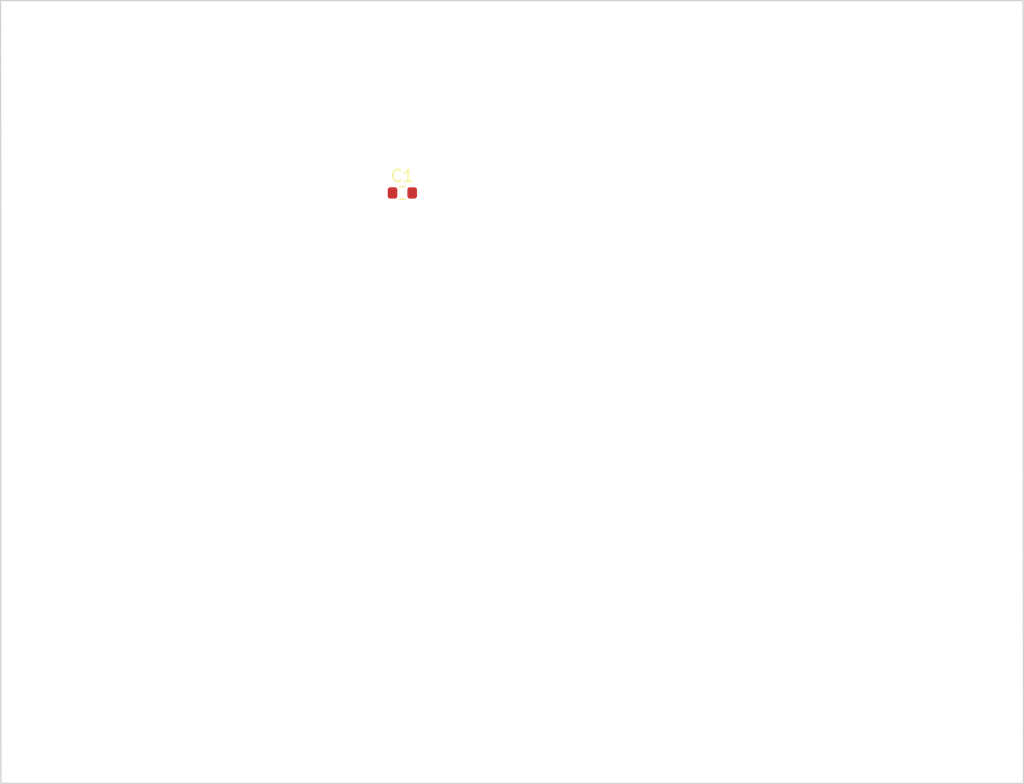
<source format=kicad_pcb>
(kicad_pcb (version 20211014) (generator pcbnew)
  (layers (0 "F.Cu" signal) (31 "B.Cu" signal) (34 "B.Paste" user) (35 "F.Paste" user) (36 "B.SilkS" user "B.Silkscreen") (37 "F.SilkS" user "F.Silkscreen") (38 "B.Mask" user) (39 "F.Mask" user) (44 "Edge.Cuts" user))
  (net 0 "")
  (net 1 "Net-(C1-Pad1)")
  (net 2 "Net-(C1-Pad2)")
  (footprint "Resistor_SMD:R_0603_1608Metric" (layer "F.Cu") (at 119.38 86.36)
    (fp_text reference "C1" (at 0 -1.43) (layer "F.SilkS"))
    (fp_text value "C_Small")
    (fp_line (start -0.237258 0.5225) (end 0.237258 0.5225) (layer "F.SilkS") (width 0.12))
    (fp_line (start -0.237258 -0.5225) (end 0.237258 -0.5225) (layer "F.SilkS") (width 0.12))
    (pad "1" smd roundrect (at -0.825 0) (size 0.8 0.95) (layers "F.Cu" "F.Paste" "F.Mask") (net 1 "Net-(C1-Pad1)"))
    (pad "2" smd roundrect (at 0.825 0) (size 0.8 0.95) (layers "F.Cu" "F.Paste" "F.Mask") (net 2 "Net-(C1-Pad2)"))
  )
  (gr_line (start 171.421971 70.22408) (end 171.45 135.89) (layer "Edge.Cuts") (width 0.1))
  (gr_line (start 85.696971 70.22408) (end 85.725 135.89) (layer "Edge.Cuts") (width 0.1))
  (gr_line (start 85.696971 70.22408) (end 171.421971 70.22408) (layer "Edge.Cuts") (width 0.1))
  (gr_line (start 85.725 135.89) (end 171.45 135.89) (layer "Edge.Cuts") (width 0.1))
)
</source>
